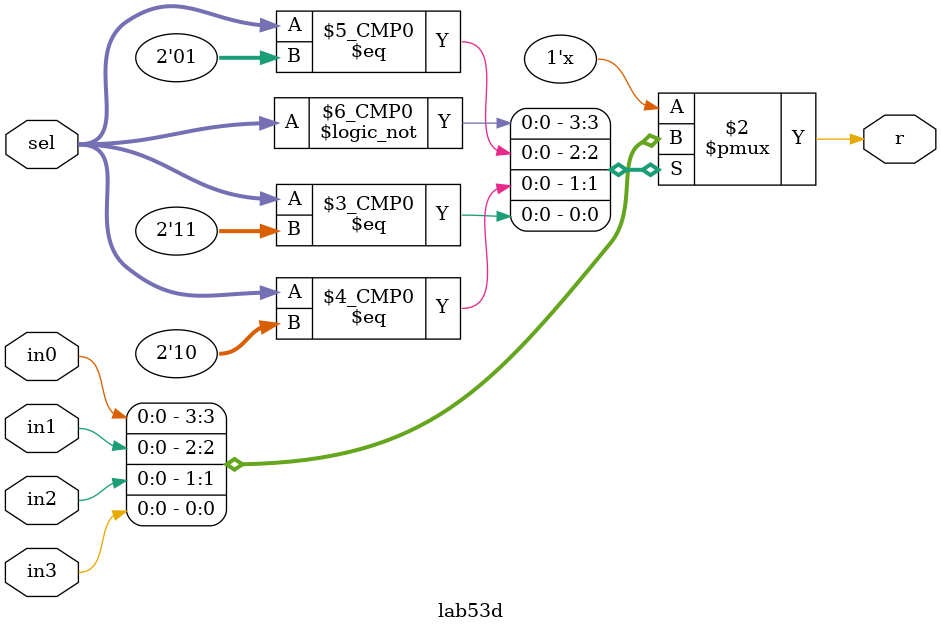
<source format=v>
`timescale 1ns / 1ps
module lab53d (input in0, in1, in2, in3, input [1:0] sel, output reg r);
always @ (*)
case(sel)
2'b00: r <= in0;
2'b01: r <= in1;
2'b10: r <= in2;
2'b11: r <= in3;
endcase
endmodule
</source>
